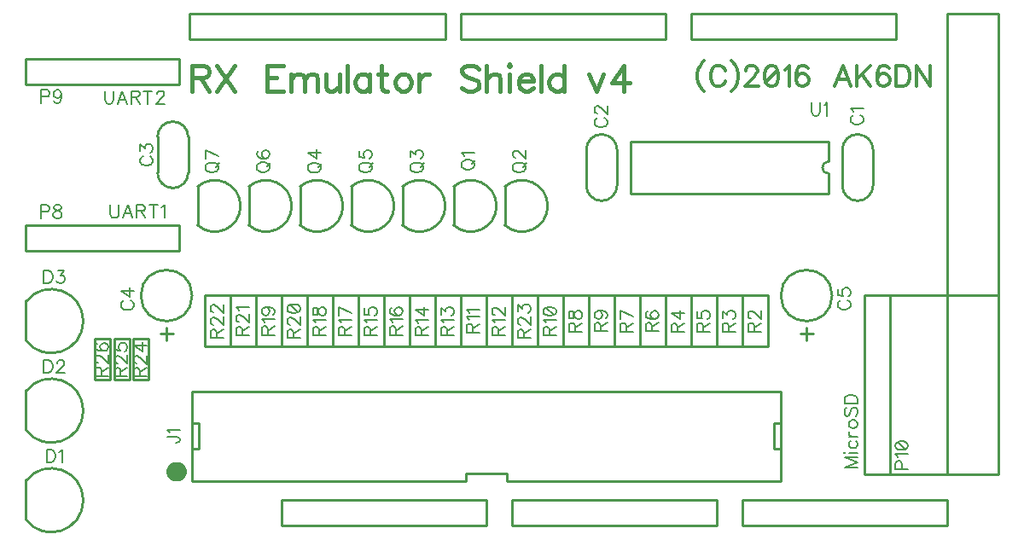
<source format=gto>
G04 DipTrace 2.4.0.2*
%INTopSilk.gbr*%
%MOIN*%
%ADD10C,0.01*%
%ADD15O,0.08X0.075*%
%ADD65C,0.0077*%
%ADD66C,0.0124*%
%ADD67C,0.0154*%
%FSLAX44Y44*%
G04*
G70*
G90*
G75*
G01*
%LNTopSilk*%
%LPD*%
X37537Y17738D2*
D10*
Y19136D1*
X36337Y17738D2*
Y19136D1*
X37537D2*
G03X36337Y19136I-600J1D01*
G01*
Y17738D2*
G03X37537Y17738I600J-1D01*
G01*
X27537D2*
Y19136D1*
X26337Y17738D2*
Y19136D1*
X27537D2*
G03X26337Y19136I-600J1D01*
G01*
Y17738D2*
G03X27537Y17738I600J-1D01*
G01*
X10787Y18238D2*
Y19636D1*
X9587Y18238D2*
Y19636D1*
X10787D2*
G03X9587Y19636I-600J1D01*
G01*
Y18238D2*
G03X10787Y18238I600J-1D01*
G01*
X9937Y11687D2*
Y12187D1*
X10187Y11937D2*
X9687D1*
X8937Y13437D2*
G02X8937Y13437I1000J0D01*
G01*
X34937Y11687D2*
Y12187D1*
X35187Y11937D2*
X34687D1*
X33937Y13437D2*
G02X33937Y13437I1000J0D01*
G01*
X4437Y4688D2*
Y6186D1*
X4439Y4685D2*
G03X4439Y6189I998J752D01*
G01*
X4437Y8188D2*
Y9686D1*
X4439Y8185D2*
G03X4439Y9689I998J752D01*
G01*
X4437Y11688D2*
Y13186D1*
X4439Y11685D2*
G03X4439Y13189I998J752D01*
G01*
X10937Y9687D2*
Y6187D1*
X33937Y9687D2*
X10937D1*
X33937D2*
Y6187D1*
Y8438D2*
X33684D1*
Y7437D1*
X11190Y8438D2*
Y7437D1*
Y8438D2*
X10937D1*
X33937Y6187D2*
X23242D1*
X21632D2*
X10937D1*
X21632Y6488D2*
Y6187D1*
X23242Y6488D2*
X21632D1*
X23242D2*
Y6187D1*
X33937Y7437D2*
X33684D1*
X11190D2*
X10937D1*
X23437Y5437D2*
X31437D1*
X23437Y4437D2*
Y5437D1*
Y4437D2*
X31437D1*
Y5437D1*
X14437D2*
X22437D1*
X14437Y4437D2*
Y5437D1*
Y4437D2*
X22437D1*
Y5437D1*
X29437Y23437D2*
X21437D1*
X29437Y24437D2*
Y23437D1*
Y24437D2*
X21437D1*
Y23437D1*
X20837D2*
Y24437D1*
X10837Y23437D2*
X20837D1*
X10837D2*
Y24437D1*
X11587D1*
X20837D1*
X32437Y5437D2*
X40437D1*
X32437Y4437D2*
Y5437D1*
Y4437D2*
X40437D1*
Y5437D1*
X38437Y23437D2*
X30437D1*
X38437Y24437D2*
Y23437D1*
Y24437D2*
X30437D1*
Y23437D1*
X40437Y6437D2*
X42437D1*
X40437Y24437D2*
X42437D1*
Y6437D1*
X40437Y24437D2*
Y6437D1*
X4437Y15187D2*
X10437D1*
X4437Y16187D2*
X10437D1*
X4437Y15187D2*
Y16187D1*
X10437Y15187D2*
Y16187D1*
X4437Y21687D2*
X10437D1*
X4437Y22687D2*
X10437D1*
X4437Y21687D2*
Y22687D1*
X10437Y21687D2*
Y22687D1*
X38187Y13437D2*
X37187D1*
X38187Y6437D2*
Y13437D1*
Y6437D2*
X37187D1*
Y13437D1*
X21156Y16181D2*
G03X21156Y17693I666J756D01*
G01*
Y16181D1*
X23156D2*
G03X23156Y17693I666J756D01*
G01*
Y16181D1*
X19156D2*
G03X19156Y17693I666J756D01*
G01*
Y16181D1*
X15156D2*
G03X15156Y17693I666J756D01*
G01*
Y16181D1*
X17156D2*
G03X17156Y17693I666J756D01*
G01*
Y16181D1*
X13156D2*
G03X13156Y17693I666J756D01*
G01*
Y16181D1*
X11156D2*
G03X11156Y17693I666J756D01*
G01*
Y16181D1*
X32437Y11439D2*
Y13435D1*
X33437D2*
X32437D1*
X33437Y11439D2*
Y13435D1*
Y11439D2*
X32437D1*
X31437D2*
Y13435D1*
X32437D2*
X31437D1*
X32437Y11439D2*
Y13435D1*
Y11439D2*
X31437D1*
X29437D2*
Y13435D1*
X30437D2*
X29437D1*
X30437Y11439D2*
Y13435D1*
Y11439D2*
X29437D1*
X30437D2*
Y13435D1*
X31437D2*
X30437D1*
X31437Y11439D2*
Y13435D1*
Y11439D2*
X30437D1*
X28437D2*
Y13435D1*
X29437D2*
X28437D1*
X29437Y11439D2*
Y13435D1*
Y11439D2*
X28437D1*
X27437D2*
Y13435D1*
X28437D2*
X27437D1*
X28437Y11439D2*
Y13435D1*
Y11439D2*
X27437D1*
X25437D2*
Y13435D1*
X26437D2*
X25437D1*
X26437Y11439D2*
Y13435D1*
Y11439D2*
X25437D1*
X26437D2*
Y13435D1*
X27437D2*
X26437D1*
X27437Y11439D2*
Y13435D1*
Y11439D2*
X26437D1*
X24437D2*
Y13435D1*
X25437D2*
X24437D1*
X25437Y11439D2*
Y13435D1*
Y11439D2*
X24437D1*
X21437D2*
Y13435D1*
X22437D2*
X21437D1*
X22437Y11439D2*
Y13435D1*
Y11439D2*
X21437D1*
X22437D2*
Y13435D1*
X23437D2*
X22437D1*
X23437Y11439D2*
Y13435D1*
Y11439D2*
X22437D1*
X20437D2*
Y13435D1*
X21437D2*
X20437D1*
X21437Y11439D2*
Y13435D1*
Y11439D2*
X20437D1*
X19437D2*
Y13435D1*
X20437D2*
X19437D1*
X20437Y11439D2*
Y13435D1*
Y11439D2*
X19437D1*
X17437D2*
Y13435D1*
X18437D2*
X17437D1*
X18437Y11439D2*
Y13435D1*
Y11439D2*
X17437D1*
X18437D2*
Y13435D1*
X19437D2*
X18437D1*
X19437Y11439D2*
Y13435D1*
Y11439D2*
X18437D1*
X16437D2*
Y13435D1*
X17437D2*
X16437D1*
X17437Y11439D2*
Y13435D1*
Y11439D2*
X16437D1*
X15437D2*
Y13435D1*
X16437D2*
X15437D1*
X16437Y11439D2*
Y13435D1*
Y11439D2*
X15437D1*
X13437D2*
Y13435D1*
X14437D2*
X13437D1*
X14437Y11439D2*
Y13435D1*
Y11439D2*
X13437D1*
X14437D2*
Y13435D1*
X15437D2*
X14437D1*
X15437Y11439D2*
Y13435D1*
Y11439D2*
X14437D1*
X12437D2*
Y13435D1*
X13437D2*
X12437D1*
X13437Y11439D2*
Y13435D1*
Y11439D2*
X12437D1*
X11437D2*
Y13435D1*
X12437D2*
X11437D1*
X12437Y11439D2*
Y13435D1*
Y11439D2*
X11437D1*
X23437D2*
Y13435D1*
X24437D2*
X23437D1*
X24437Y11439D2*
Y13435D1*
Y11439D2*
X23437D1*
X9237Y11739D2*
X8637D1*
X9237Y10136D2*
Y11739D1*
Y10136D2*
X8637D1*
Y11739D1*
X8487D2*
X7887D1*
X8487Y10136D2*
Y11739D1*
Y10136D2*
X7887D1*
Y11739D1*
X7737D2*
X7137D1*
X7737Y10136D2*
Y11739D1*
Y10136D2*
X7137D1*
Y11739D1*
X35795Y17413D2*
X28079D1*
Y19461D2*
Y17413D1*
X35795Y19461D2*
X28079D1*
X35795D2*
Y18673D1*
Y17413D2*
Y18201D1*
Y18673D2*
G03X35795Y18201I0J-236D01*
G01*
X38187Y13437D2*
X42437D1*
Y6437D2*
X37937D1*
D15*
X10337Y6562D3*
X36775Y20479D2*
D65*
X36728Y20455D1*
X36679Y20407D1*
X36656Y20360D1*
Y20264D1*
X36679Y20216D1*
X36728Y20169D1*
X36775Y20144D1*
X36847Y20120D1*
X36967D1*
X37038Y20144D1*
X37086Y20169D1*
X37134Y20216D1*
X37158Y20264D1*
Y20360D1*
X37134Y20407D1*
X37086Y20455D1*
X37038Y20479D1*
X36752Y20634D2*
X36728Y20682D1*
X36656Y20754D1*
X37158D1*
X26775Y20372D2*
X26728Y20348D1*
X26679Y20300D1*
X26656Y20252D1*
Y20157D1*
X26679Y20109D1*
X26728Y20061D1*
X26775Y20037D1*
X26847Y20013D1*
X26967D1*
X27038Y20037D1*
X27086Y20061D1*
X27134Y20109D1*
X27158Y20157D1*
Y20252D1*
X27134Y20300D1*
X27086Y20348D1*
X27038Y20372D1*
X26776Y20550D2*
X26752D1*
X26704Y20574D1*
X26680Y20598D1*
X26656Y20646D1*
Y20742D1*
X26680Y20789D1*
X26704Y20813D1*
X26752Y20837D1*
X26799D1*
X26847Y20813D1*
X26919Y20765D1*
X27158Y20526D1*
Y20861D1*
X9025Y18872D2*
X8978Y18848D1*
X8929Y18800D1*
X8906Y18752D1*
Y18657D1*
X8929Y18609D1*
X8978Y18561D1*
X9025Y18537D1*
X9097Y18513D1*
X9217D1*
X9288Y18537D1*
X9336Y18561D1*
X9384Y18609D1*
X9408Y18657D1*
Y18752D1*
X9384Y18800D1*
X9336Y18848D1*
X9288Y18872D1*
X8906Y19074D2*
Y19337D1*
X9097Y19194D1*
Y19265D1*
X9121Y19313D1*
X9145Y19337D1*
X9217Y19361D1*
X9264D1*
X9336Y19337D1*
X9384Y19289D1*
X9408Y19217D1*
Y19145D1*
X9384Y19074D1*
X9360Y19050D1*
X9312Y19026D1*
X8275Y13235D2*
X8228Y13211D1*
X8179Y13163D1*
X8156Y13115D1*
Y13020D1*
X8179Y12972D1*
X8228Y12924D1*
X8275Y12900D1*
X8347Y12876D1*
X8467D1*
X8538Y12900D1*
X8586Y12924D1*
X8634Y12972D1*
X8658Y13020D1*
Y13115D1*
X8634Y13163D1*
X8586Y13211D1*
X8538Y13235D1*
X8658Y13628D2*
X8156D1*
X8491Y13389D1*
Y13748D1*
X36275Y13247D2*
X36228Y13223D1*
X36179Y13175D1*
X36156Y13127D1*
Y13032D1*
X36179Y12984D1*
X36228Y12936D1*
X36275Y12912D1*
X36347Y12888D1*
X36467D1*
X36538Y12912D1*
X36586Y12936D1*
X36634Y12984D1*
X36658Y13032D1*
Y13127D1*
X36634Y13175D1*
X36586Y13223D1*
X36538Y13247D1*
X36156Y13688D2*
Y13449D1*
X36371Y13425D1*
X36347Y13449D1*
X36323Y13521D1*
Y13592D1*
X36347Y13664D1*
X36395Y13712D1*
X36467Y13736D1*
X36514D1*
X36586Y13712D1*
X36634Y13664D1*
X36658Y13592D1*
Y13521D1*
X36634Y13449D1*
X36610Y13425D1*
X36562Y13401D1*
X5257Y7419D2*
Y6917D1*
X5425D1*
X5497Y6941D1*
X5545Y6989D1*
X5569Y7037D1*
X5592Y7108D1*
Y7228D1*
X5569Y7300D1*
X5545Y7347D1*
X5497Y7395D1*
X5425Y7419D1*
X5257D1*
X5747Y7323D2*
X5795Y7347D1*
X5867Y7419D1*
Y6917D1*
X5150Y10919D2*
Y10417D1*
X5317D1*
X5389Y10441D1*
X5437Y10489D1*
X5461Y10537D1*
X5485Y10608D1*
Y10728D1*
X5461Y10800D1*
X5437Y10847D1*
X5389Y10895D1*
X5317Y10919D1*
X5150D1*
X5664Y10799D2*
Y10823D1*
X5687Y10871D1*
X5711Y10895D1*
X5759Y10919D1*
X5855D1*
X5902Y10895D1*
X5926Y10871D1*
X5950Y10823D1*
Y10776D1*
X5926Y10727D1*
X5879Y10656D1*
X5639Y10417D1*
X5974D1*
X5150Y14419D2*
Y13917D1*
X5317D1*
X5389Y13941D1*
X5437Y13989D1*
X5461Y14037D1*
X5485Y14108D1*
Y14228D1*
X5461Y14300D1*
X5437Y14347D1*
X5389Y14395D1*
X5317Y14419D1*
X5150D1*
X5687D2*
X5950D1*
X5807Y14227D1*
X5879D1*
X5926Y14204D1*
X5950Y14180D1*
X5974Y14108D1*
Y14061D1*
X5950Y13989D1*
X5902Y13941D1*
X5831Y13917D1*
X5759D1*
X5687Y13941D1*
X5664Y13965D1*
X5639Y14012D1*
X9955Y7920D2*
X10337D1*
X10409Y7896D1*
X10433Y7871D1*
X10457Y7824D1*
Y7776D1*
X10433Y7728D1*
X10409Y7705D1*
X10337Y7680D1*
X10290D1*
X10051Y8074D2*
X10027Y8122D1*
X9955Y8194D1*
X10457D1*
X5025Y16705D2*
X5241D1*
X5312Y16729D1*
X5336Y16753D1*
X5360Y16801D1*
Y16873D1*
X5336Y16920D1*
X5312Y16945D1*
X5241Y16968D1*
X5025D1*
Y16466D1*
X5634Y16968D2*
X5563Y16944D1*
X5538Y16896D1*
Y16848D1*
X5563Y16801D1*
X5610Y16777D1*
X5706Y16753D1*
X5778Y16729D1*
X5825Y16681D1*
X5849Y16633D1*
Y16562D1*
X5825Y16514D1*
X5801Y16490D1*
X5729Y16466D1*
X5634D1*
X5563Y16490D1*
X5538Y16514D1*
X5514Y16562D1*
Y16633D1*
X5538Y16681D1*
X5586Y16729D1*
X5658Y16753D1*
X5753Y16777D1*
X5801Y16801D1*
X5825Y16848D1*
Y16896D1*
X5801Y16944D1*
X5729Y16968D1*
X5634D1*
X5037Y21205D2*
X5252D1*
X5324Y21229D1*
X5348Y21253D1*
X5372Y21301D1*
Y21373D1*
X5348Y21420D1*
X5324Y21445D1*
X5252Y21468D1*
X5037D1*
Y20966D1*
X5837Y21301D2*
X5813Y21229D1*
X5765Y21181D1*
X5694Y21157D1*
X5670D1*
X5598Y21181D1*
X5550Y21229D1*
X5526Y21301D1*
Y21325D1*
X5550Y21396D1*
X5598Y21444D1*
X5670Y21468D1*
X5694D1*
X5765Y21444D1*
X5813Y21396D1*
X5837Y21301D1*
Y21181D1*
X5813Y21062D1*
X5765Y20990D1*
X5694Y20966D1*
X5646D1*
X5574Y20990D1*
X5550Y21038D1*
X38669Y6638D2*
Y6853D1*
X38645Y6925D1*
X38621Y6949D1*
X38573Y6973D1*
X38501D1*
X38454Y6949D1*
X38429Y6925D1*
X38406Y6853D1*
Y6638D1*
X38908D1*
X38502Y7127D2*
X38478Y7175D1*
X38406Y7247D1*
X38908D1*
X38406Y7545D2*
X38430Y7473D1*
X38502Y7425D1*
X38621Y7401D1*
X38693D1*
X38812Y7425D1*
X38884Y7473D1*
X38908Y7545D1*
Y7593D1*
X38884Y7664D1*
X38812Y7712D1*
X38693Y7736D1*
X38621D1*
X38502Y7712D1*
X38430Y7664D1*
X38406Y7593D1*
Y7545D1*
X38502Y7712D2*
X38812Y7425D1*
X21461Y18502D2*
X21484Y18455D1*
X21532Y18406D1*
X21580Y18383D1*
X21652Y18358D1*
X21771D1*
X21843Y18383D1*
X21891Y18406D1*
X21939Y18455D1*
X21963Y18502D1*
Y18598D1*
X21939Y18646D1*
X21891Y18693D1*
X21843Y18717D1*
X21771Y18741D1*
X21652D1*
X21580Y18717D1*
X21532Y18693D1*
X21484Y18646D1*
X21461Y18598D1*
Y18502D1*
X21867Y18574D2*
X22011Y18717D1*
X21557Y18896D2*
X21533Y18944D1*
X21461Y19016D1*
X21963D1*
X23461Y18395D2*
X23484Y18347D1*
X23532Y18299D1*
X23580Y18275D1*
X23652Y18251D1*
X23771D1*
X23843Y18275D1*
X23891Y18299D1*
X23939Y18347D1*
X23963Y18395D1*
Y18490D1*
X23939Y18538D1*
X23891Y18586D1*
X23843Y18610D1*
X23771Y18634D1*
X23652D1*
X23580Y18610D1*
X23532Y18586D1*
X23484Y18538D1*
X23461Y18490D1*
Y18395D1*
X23867Y18466D2*
X24011Y18610D1*
X23581Y18813D2*
X23557D1*
X23509Y18836D1*
X23485Y18860D1*
X23461Y18908D1*
Y19004D1*
X23485Y19051D1*
X23509Y19075D1*
X23557Y19099D1*
X23605D1*
X23653Y19075D1*
X23724Y19028D1*
X23963Y18788D1*
Y19123D1*
X19461Y18395D2*
X19484Y18347D1*
X19532Y18299D1*
X19580Y18275D1*
X19652Y18251D1*
X19771D1*
X19843Y18275D1*
X19891Y18299D1*
X19939Y18347D1*
X19963Y18395D1*
Y18490D1*
X19939Y18538D1*
X19891Y18586D1*
X19843Y18610D1*
X19771Y18634D1*
X19652D1*
X19580Y18610D1*
X19532Y18586D1*
X19484Y18538D1*
X19461Y18490D1*
Y18395D1*
X19867Y18466D2*
X20011Y18610D1*
X19461Y18836D2*
Y19099D1*
X19653Y18956D1*
Y19028D1*
X19676Y19075D1*
X19700Y19099D1*
X19772Y19123D1*
X19820D1*
X19891Y19099D1*
X19939Y19051D1*
X19963Y18979D1*
Y18908D1*
X19939Y18836D1*
X19915Y18813D1*
X19868Y18788D1*
X15461Y18383D2*
X15484Y18335D1*
X15532Y18287D1*
X15580Y18263D1*
X15652Y18239D1*
X15771D1*
X15843Y18263D1*
X15891Y18287D1*
X15939Y18335D1*
X15963Y18383D1*
Y18478D1*
X15939Y18526D1*
X15891Y18574D1*
X15843Y18598D1*
X15771Y18622D1*
X15652D1*
X15580Y18598D1*
X15532Y18574D1*
X15484Y18526D1*
X15461Y18478D1*
Y18383D1*
X15867Y18455D2*
X16011Y18598D1*
X15963Y19016D2*
X15461D1*
X15796Y18776D1*
Y19135D1*
X17461Y18395D2*
X17484Y18347D1*
X17532Y18299D1*
X17580Y18275D1*
X17652Y18251D1*
X17771D1*
X17843Y18275D1*
X17891Y18299D1*
X17939Y18347D1*
X17963Y18395D1*
Y18490D1*
X17939Y18538D1*
X17891Y18586D1*
X17843Y18610D1*
X17771Y18634D1*
X17652D1*
X17580Y18610D1*
X17532Y18586D1*
X17484Y18538D1*
X17461Y18490D1*
Y18395D1*
X17867Y18466D2*
X18011Y18610D1*
X17461Y19075D2*
Y18836D1*
X17676Y18813D1*
X17653Y18836D1*
X17628Y18908D1*
Y18979D1*
X17653Y19051D1*
X17700Y19099D1*
X17772Y19123D1*
X17820D1*
X17891Y19099D1*
X17939Y19051D1*
X17963Y18979D1*
Y18908D1*
X17939Y18836D1*
X17915Y18813D1*
X17868Y18788D1*
X13461Y18407D2*
X13484Y18359D1*
X13532Y18311D1*
X13580Y18287D1*
X13652Y18263D1*
X13771D1*
X13843Y18287D1*
X13891Y18311D1*
X13939Y18359D1*
X13963Y18407D1*
Y18502D1*
X13939Y18550D1*
X13891Y18598D1*
X13843Y18622D1*
X13771Y18646D1*
X13652D1*
X13580Y18622D1*
X13532Y18598D1*
X13484Y18550D1*
X13461Y18502D1*
Y18407D1*
X13867Y18479D2*
X14011Y18622D1*
X13533Y19087D2*
X13485Y19063D1*
X13461Y18992D1*
Y18944D1*
X13485Y18872D1*
X13557Y18824D1*
X13676Y18800D1*
X13796D1*
X13891Y18824D1*
X13939Y18872D1*
X13963Y18944D1*
Y18968D1*
X13939Y19039D1*
X13891Y19087D1*
X13820Y19111D1*
X13796D1*
X13724Y19087D1*
X13676Y19039D1*
X13653Y18968D1*
Y18944D1*
X13676Y18872D1*
X13724Y18824D1*
X13796Y18800D1*
X11461Y18395D2*
X11484Y18347D1*
X11532Y18299D1*
X11580Y18275D1*
X11652Y18251D1*
X11771D1*
X11843Y18275D1*
X11891Y18299D1*
X11939Y18347D1*
X11963Y18395D1*
Y18490D1*
X11939Y18538D1*
X11891Y18586D1*
X11843Y18610D1*
X11771Y18634D1*
X11652D1*
X11580Y18610D1*
X11532Y18586D1*
X11484Y18538D1*
X11461Y18490D1*
Y18395D1*
X11867Y18466D2*
X12011Y18610D1*
X11963Y18884D2*
X11461Y19123D1*
Y18788D1*
X32895Y12025D2*
Y12240D1*
X32871Y12312D1*
X32847Y12336D1*
X32799Y12360D1*
X32751D1*
X32704Y12336D1*
X32679Y12312D1*
X32656Y12240D1*
Y12025D1*
X33158D1*
X32895Y12192D2*
X33158Y12360D1*
X32776Y12539D2*
X32752D1*
X32704Y12562D1*
X32680Y12586D1*
X32656Y12634D1*
Y12730D1*
X32680Y12777D1*
X32704Y12801D1*
X32752Y12825D1*
X32799D1*
X32847Y12801D1*
X32919Y12754D1*
X33158Y12514D1*
Y12849D1*
X31895Y12025D2*
Y12240D1*
X31871Y12312D1*
X31847Y12336D1*
X31799Y12360D1*
X31751D1*
X31704Y12336D1*
X31679Y12312D1*
X31656Y12240D1*
Y12025D1*
X32158D1*
X31895Y12192D2*
X32158Y12360D1*
X31656Y12562D2*
Y12825D1*
X31847Y12682D1*
Y12754D1*
X31871Y12801D1*
X31895Y12825D1*
X31967Y12849D1*
X32014D1*
X32086Y12825D1*
X32134Y12777D1*
X32158Y12705D1*
Y12634D1*
X32134Y12562D1*
X32110Y12539D1*
X32062Y12514D1*
X29895Y12013D2*
Y12228D1*
X29871Y12300D1*
X29847Y12324D1*
X29799Y12348D1*
X29751D1*
X29704Y12324D1*
X29679Y12300D1*
X29656Y12228D1*
Y12013D1*
X30158D1*
X29895Y12180D2*
X30158Y12348D1*
Y12742D2*
X29656D1*
X29991Y12502D1*
Y12861D1*
X30895Y12025D2*
Y12240D1*
X30871Y12312D1*
X30847Y12336D1*
X30799Y12360D1*
X30751D1*
X30704Y12336D1*
X30679Y12312D1*
X30656Y12240D1*
Y12025D1*
X31158D1*
X30895Y12192D2*
X31158Y12360D1*
X30656Y12801D2*
Y12562D1*
X30871Y12539D1*
X30847Y12562D1*
X30823Y12634D1*
Y12705D1*
X30847Y12777D1*
X30895Y12825D1*
X30967Y12849D1*
X31014D1*
X31086Y12825D1*
X31134Y12777D1*
X31158Y12705D1*
Y12634D1*
X31134Y12562D1*
X31110Y12539D1*
X31062Y12514D1*
X28895Y12037D2*
Y12252D1*
X28871Y12324D1*
X28847Y12348D1*
X28799Y12372D1*
X28751D1*
X28704Y12348D1*
X28679Y12324D1*
X28656Y12252D1*
Y12037D1*
X29158D1*
X28895Y12205D2*
X29158Y12372D1*
X28728Y12813D2*
X28680Y12789D1*
X28656Y12718D1*
Y12670D1*
X28680Y12598D1*
X28752Y12550D1*
X28871Y12526D1*
X28991D1*
X29086Y12550D1*
X29134Y12598D1*
X29158Y12670D1*
Y12694D1*
X29134Y12765D1*
X29086Y12813D1*
X29014Y12837D1*
X28991D1*
X28919Y12813D1*
X28871Y12765D1*
X28847Y12694D1*
Y12670D1*
X28871Y12598D1*
X28919Y12550D1*
X28991Y12526D1*
X27895Y12025D2*
Y12240D1*
X27871Y12312D1*
X27847Y12336D1*
X27799Y12360D1*
X27751D1*
X27704Y12336D1*
X27679Y12312D1*
X27656Y12240D1*
Y12025D1*
X28158D1*
X27895Y12192D2*
X28158Y12360D1*
Y12610D2*
X27656Y12849D1*
Y12514D1*
X25895Y12025D2*
Y12240D1*
X25871Y12312D1*
X25847Y12336D1*
X25799Y12360D1*
X25751D1*
X25704Y12336D1*
X25679Y12312D1*
X25656Y12240D1*
Y12025D1*
X26158D1*
X25895Y12193D2*
X26158Y12360D1*
X25656Y12634D2*
X25680Y12563D1*
X25728Y12538D1*
X25776D1*
X25823Y12563D1*
X25847Y12610D1*
X25871Y12706D1*
X25895Y12778D1*
X25943Y12825D1*
X25991Y12849D1*
X26062D1*
X26110Y12825D1*
X26134Y12801D1*
X26158Y12729D1*
Y12634D1*
X26134Y12563D1*
X26110Y12538D1*
X26062Y12514D1*
X25991D1*
X25943Y12538D1*
X25895Y12586D1*
X25871Y12658D1*
X25847Y12753D1*
X25823Y12801D1*
X25776Y12825D1*
X25728D1*
X25680Y12801D1*
X25656Y12729D1*
Y12634D1*
X26895Y12037D2*
Y12252D1*
X26871Y12324D1*
X26847Y12348D1*
X26799Y12372D1*
X26751D1*
X26704Y12348D1*
X26679Y12324D1*
X26656Y12252D1*
Y12037D1*
X27158D1*
X26895Y12204D2*
X27158Y12372D1*
X26823Y12837D2*
X26895Y12813D1*
X26943Y12765D1*
X26967Y12694D1*
Y12670D1*
X26943Y12598D1*
X26895Y12550D1*
X26823Y12526D1*
X26799D1*
X26728Y12550D1*
X26680Y12598D1*
X26656Y12670D1*
Y12694D1*
X26680Y12765D1*
X26728Y12813D1*
X26823Y12837D1*
X26943D1*
X27062Y12813D1*
X27134Y12765D1*
X27158Y12694D1*
Y12646D1*
X27134Y12574D1*
X27086Y12550D1*
X24895Y11888D2*
Y12103D1*
X24871Y12175D1*
X24847Y12199D1*
X24799Y12223D1*
X24751D1*
X24704Y12199D1*
X24679Y12175D1*
X24656Y12103D1*
Y11888D1*
X25158D1*
X24895Y12055D2*
X25158Y12223D1*
X24752Y12377D2*
X24728Y12425D1*
X24656Y12497D1*
X25158D1*
X24656Y12795D2*
X24680Y12723D1*
X24752Y12675D1*
X24871Y12651D1*
X24943D1*
X25062Y12675D1*
X25134Y12723D1*
X25158Y12795D1*
Y12843D1*
X25134Y12914D1*
X25062Y12962D1*
X24943Y12986D1*
X24871D1*
X24752Y12962D1*
X24680Y12914D1*
X24656Y12843D1*
Y12795D1*
X24752Y12962D2*
X25062Y12675D1*
X21895Y11995D2*
Y12210D1*
X21871Y12282D1*
X21847Y12306D1*
X21799Y12330D1*
X21751D1*
X21704Y12306D1*
X21679Y12282D1*
X21656Y12210D1*
Y11995D1*
X22158D1*
X21895Y12163D2*
X22158Y12330D1*
X21752Y12485D2*
X21728Y12533D1*
X21656Y12604D1*
X22158D1*
X21752Y12759D2*
X21728Y12807D1*
X21656Y12879D1*
X22158D1*
X22895Y11888D2*
Y12103D1*
X22871Y12175D1*
X22847Y12199D1*
X22799Y12223D1*
X22751D1*
X22704Y12199D1*
X22679Y12175D1*
X22656Y12103D1*
Y11888D1*
X23158D1*
X22895Y12055D2*
X23158Y12223D1*
X22752Y12377D2*
X22728Y12425D1*
X22656Y12497D1*
X23158D1*
X22776Y12676D2*
X22752D1*
X22704Y12699D1*
X22680Y12723D1*
X22656Y12771D1*
Y12867D1*
X22680Y12914D1*
X22704Y12938D1*
X22752Y12963D1*
X22799D1*
X22847Y12938D1*
X22919Y12891D1*
X23158Y12651D1*
Y12986D1*
X20895Y11888D2*
Y12103D1*
X20871Y12175D1*
X20847Y12199D1*
X20799Y12223D1*
X20751D1*
X20704Y12199D1*
X20679Y12175D1*
X20656Y12103D1*
Y11888D1*
X21158D1*
X20895Y12055D2*
X21158Y12223D1*
X20752Y12377D2*
X20728Y12425D1*
X20656Y12497D1*
X21158D1*
X20656Y12699D2*
Y12962D1*
X20847Y12819D1*
Y12891D1*
X20871Y12938D1*
X20895Y12962D1*
X20967Y12986D1*
X21014D1*
X21086Y12962D1*
X21134Y12914D1*
X21158Y12843D1*
Y12771D1*
X21134Y12699D1*
X21110Y12676D1*
X21062Y12651D1*
X19895Y11876D2*
Y12091D1*
X19871Y12163D1*
X19847Y12187D1*
X19799Y12211D1*
X19751D1*
X19704Y12187D1*
X19679Y12163D1*
X19656Y12091D1*
Y11876D1*
X20158D1*
X19895Y12043D2*
X20158Y12211D1*
X19752Y12365D2*
X19728Y12413D1*
X19656Y12485D1*
X20158D1*
Y12879D2*
X19656D1*
X19991Y12639D1*
Y12998D1*
X17895Y11888D2*
Y12103D1*
X17871Y12175D1*
X17847Y12199D1*
X17799Y12223D1*
X17751D1*
X17704Y12199D1*
X17679Y12175D1*
X17656Y12103D1*
Y11888D1*
X18158D1*
X17895Y12055D2*
X18158Y12223D1*
X17752Y12377D2*
X17728Y12425D1*
X17656Y12497D1*
X18158D1*
X17656Y12938D2*
Y12699D1*
X17871Y12676D1*
X17847Y12699D1*
X17823Y12771D1*
Y12843D1*
X17847Y12914D1*
X17895Y12963D1*
X17967Y12986D1*
X18014D1*
X18086Y12963D1*
X18134Y12914D1*
X18158Y12843D1*
Y12771D1*
X18134Y12699D1*
X18110Y12676D1*
X18062Y12651D1*
X18895Y11900D2*
Y12115D1*
X18871Y12187D1*
X18847Y12211D1*
X18799Y12235D1*
X18751D1*
X18704Y12211D1*
X18679Y12187D1*
X18656Y12115D1*
Y11900D1*
X19158D1*
X18895Y12067D2*
X19158Y12235D1*
X18752Y12389D2*
X18728Y12437D1*
X18656Y12509D1*
X19158D1*
X18728Y12950D2*
X18680Y12927D1*
X18656Y12855D1*
Y12807D1*
X18680Y12735D1*
X18752Y12687D1*
X18871Y12664D1*
X18991D1*
X19086Y12687D1*
X19134Y12735D1*
X19158Y12807D1*
Y12831D1*
X19134Y12902D1*
X19086Y12950D1*
X19014Y12974D1*
X18991D1*
X18919Y12950D1*
X18871Y12902D1*
X18847Y12831D1*
Y12807D1*
X18871Y12735D1*
X18919Y12687D1*
X18991Y12664D1*
X16895Y11888D2*
Y12103D1*
X16871Y12175D1*
X16847Y12199D1*
X16799Y12223D1*
X16751D1*
X16704Y12199D1*
X16679Y12175D1*
X16656Y12103D1*
Y11888D1*
X17158D1*
X16895Y12055D2*
X17158Y12223D1*
X16752Y12377D2*
X16728Y12425D1*
X16656Y12497D1*
X17158D1*
Y12747D2*
X16656Y12986D1*
Y12651D1*
X15895Y11888D2*
Y12103D1*
X15871Y12175D1*
X15847Y12199D1*
X15799Y12223D1*
X15751D1*
X15704Y12199D1*
X15679Y12175D1*
X15656Y12103D1*
Y11888D1*
X16158D1*
X15895Y12055D2*
X16158Y12223D1*
X15752Y12377D2*
X15728Y12425D1*
X15656Y12497D1*
X16158D1*
X15656Y12771D2*
X15680Y12700D1*
X15728Y12675D1*
X15776D1*
X15823Y12700D1*
X15847Y12747D1*
X15871Y12843D1*
X15895Y12915D1*
X15943Y12962D1*
X15991Y12986D1*
X16062D1*
X16110Y12962D1*
X16134Y12938D1*
X16158Y12867D1*
Y12771D1*
X16134Y12700D1*
X16110Y12675D1*
X16062Y12652D1*
X15991D1*
X15943Y12675D1*
X15895Y12723D1*
X15871Y12795D1*
X15847Y12890D1*
X15823Y12938D1*
X15776Y12962D1*
X15728D1*
X15680Y12938D1*
X15656Y12867D1*
Y12771D1*
X13895Y11900D2*
Y12115D1*
X13871Y12186D1*
X13847Y12211D1*
X13799Y12235D1*
X13751D1*
X13704Y12211D1*
X13679Y12186D1*
X13656Y12115D1*
Y11900D1*
X14158D1*
X13895Y12067D2*
X14158Y12235D1*
X13752Y12389D2*
X13728Y12437D1*
X13656Y12509D1*
X14158D1*
X13823Y12974D2*
X13895Y12950D1*
X13943Y12903D1*
X13967Y12831D1*
Y12807D1*
X13943Y12735D1*
X13895Y12688D1*
X13823Y12663D1*
X13799D1*
X13728Y12688D1*
X13680Y12735D1*
X13656Y12807D1*
Y12831D1*
X13680Y12903D1*
X13728Y12950D1*
X13823Y12974D1*
X13943D1*
X14062Y12950D1*
X14134Y12903D1*
X14158Y12831D1*
Y12783D1*
X14134Y12711D1*
X14086Y12688D1*
X14895Y11780D2*
Y11995D1*
X14871Y12067D1*
X14847Y12091D1*
X14799Y12115D1*
X14751D1*
X14704Y12091D1*
X14679Y12067D1*
X14656Y11995D1*
Y11780D1*
X15158D1*
X14895Y11948D2*
X15158Y12115D1*
X14776Y12294D2*
X14752D1*
X14704Y12318D1*
X14680Y12341D1*
X14656Y12389D1*
Y12485D1*
X14680Y12533D1*
X14704Y12556D1*
X14752Y12581D1*
X14799D1*
X14847Y12556D1*
X14919Y12509D1*
X15158Y12270D1*
Y12604D1*
X14656Y12903D2*
X14680Y12831D1*
X14752Y12783D1*
X14871Y12759D1*
X14943D1*
X15062Y12783D1*
X15134Y12831D1*
X15158Y12903D1*
Y12950D1*
X15134Y13022D1*
X15062Y13069D1*
X14943Y13094D1*
X14871D1*
X14752Y13069D1*
X14680Y13022D1*
X14656Y12950D1*
Y12903D1*
X14752Y13069D2*
X15062Y12783D1*
X12895Y11888D2*
Y12103D1*
X12871Y12175D1*
X12847Y12199D1*
X12799Y12223D1*
X12751D1*
X12704Y12199D1*
X12679Y12175D1*
X12656Y12103D1*
Y11888D1*
X13158D1*
X12895Y12055D2*
X13158Y12223D1*
X12776Y12401D2*
X12752D1*
X12704Y12425D1*
X12680Y12449D1*
X12656Y12497D1*
Y12593D1*
X12680Y12640D1*
X12704Y12664D1*
X12752Y12688D1*
X12799D1*
X12847Y12664D1*
X12919Y12616D1*
X13158Y12377D1*
Y12712D1*
X12752Y12866D2*
X12728Y12914D1*
X12656Y12986D1*
X13158D1*
X11895Y11780D2*
Y11995D1*
X11871Y12067D1*
X11847Y12091D1*
X11799Y12115D1*
X11751D1*
X11704Y12091D1*
X11679Y12067D1*
X11656Y11995D1*
Y11780D1*
X12158D1*
X11895Y11948D2*
X12158Y12115D1*
X11776Y12294D2*
X11752D1*
X11704Y12318D1*
X11680Y12341D1*
X11656Y12389D1*
Y12485D1*
X11680Y12533D1*
X11704Y12556D1*
X11752Y12581D1*
X11799D1*
X11847Y12556D1*
X11919Y12509D1*
X12158Y12270D1*
Y12604D1*
X11776Y12783D2*
X11752D1*
X11704Y12807D1*
X11680Y12831D1*
X11656Y12879D1*
Y12974D1*
X11680Y13022D1*
X11704Y13046D1*
X11752Y13070D1*
X11799D1*
X11847Y13046D1*
X11919Y12998D1*
X12158Y12759D1*
Y13094D1*
X23895Y11780D2*
Y11995D1*
X23871Y12067D1*
X23847Y12091D1*
X23799Y12115D1*
X23751D1*
X23704Y12091D1*
X23679Y12067D1*
X23656Y11995D1*
Y11780D1*
X24158D1*
X23895Y11948D2*
X24158Y12115D1*
X23776Y12294D2*
X23752D1*
X23704Y12318D1*
X23680Y12341D1*
X23656Y12389D1*
Y12485D1*
X23680Y12533D1*
X23704Y12556D1*
X23752Y12581D1*
X23799D1*
X23847Y12556D1*
X23919Y12509D1*
X24158Y12270D1*
Y12604D1*
X23656Y12807D2*
Y13069D1*
X23847Y12926D1*
Y12998D1*
X23871Y13046D1*
X23895Y13069D1*
X23967Y13094D1*
X24014D1*
X24086Y13069D1*
X24134Y13022D1*
X24158Y12950D1*
Y12878D1*
X24134Y12807D1*
X24110Y12783D1*
X24062Y12759D1*
X8895Y10268D2*
Y10483D1*
X8871Y10555D1*
X8847Y10580D1*
X8799Y10603D1*
X8751D1*
X8704Y10580D1*
X8679Y10555D1*
X8656Y10483D1*
Y10268D1*
X9158D1*
X8895Y10436D2*
X9158Y10603D1*
X8776Y10782D2*
X8752D1*
X8704Y10806D1*
X8680Y10830D1*
X8656Y10878D1*
Y10973D1*
X8680Y11021D1*
X8704Y11045D1*
X8752Y11069D1*
X8799D1*
X8847Y11045D1*
X8919Y10997D1*
X9158Y10758D1*
Y11093D1*
Y11486D2*
X8656D1*
X8991Y11247D1*
Y11606D1*
X8145Y10280D2*
Y10495D1*
X8121Y10567D1*
X8097Y10591D1*
X8049Y10615D1*
X8001D1*
X7954Y10591D1*
X7929Y10567D1*
X7906Y10495D1*
Y10280D1*
X8408D1*
X8145Y10448D2*
X8408Y10615D1*
X8026Y10794D2*
X8002D1*
X7954Y10818D1*
X7930Y10841D1*
X7906Y10889D1*
Y10985D1*
X7930Y11033D1*
X7954Y11056D1*
X8002Y11081D1*
X8049D1*
X8097Y11056D1*
X8169Y11009D1*
X8408Y10770D1*
Y11104D1*
X7906Y11546D2*
Y11307D1*
X8121Y11283D1*
X8097Y11307D1*
X8073Y11379D1*
Y11450D1*
X8097Y11522D1*
X8145Y11570D1*
X8217Y11594D1*
X8264D1*
X8336Y11570D1*
X8384Y11522D1*
X8408Y11450D1*
Y11379D1*
X8384Y11307D1*
X8360Y11283D1*
X8312Y11259D1*
X7395Y10292D2*
Y10507D1*
X7371Y10579D1*
X7347Y10604D1*
X7299Y10627D1*
X7251D1*
X7204Y10604D1*
X7179Y10579D1*
X7156Y10507D1*
Y10292D1*
X7658D1*
X7395Y10460D2*
X7658Y10627D1*
X7276Y10806D2*
X7252D1*
X7204Y10830D1*
X7180Y10854D1*
X7156Y10902D1*
Y10997D1*
X7180Y11045D1*
X7204Y11069D1*
X7252Y11093D1*
X7299D1*
X7347Y11069D1*
X7419Y11021D1*
X7658Y10782D1*
Y11117D1*
X7228Y11558D2*
X7180Y11534D1*
X7156Y11462D1*
Y11415D1*
X7180Y11343D1*
X7252Y11295D1*
X7371Y11271D1*
X7491D1*
X7586Y11295D1*
X7634Y11343D1*
X7658Y11415D1*
Y11438D1*
X7634Y11510D1*
X7586Y11558D1*
X7514Y11582D1*
X7491D1*
X7419Y11558D1*
X7371Y11510D1*
X7347Y11438D1*
Y11415D1*
X7371Y11343D1*
X7419Y11295D1*
X7491Y11271D1*
X35132Y20968D2*
Y20610D1*
X35156Y20538D1*
X35204Y20490D1*
X35276Y20466D1*
X35324D1*
X35395Y20490D1*
X35444Y20538D1*
X35467Y20610D1*
Y20968D1*
X35622Y20872D2*
X35670Y20896D1*
X35742Y20968D1*
Y20466D1*
X7739Y16977D2*
Y16618D1*
X7763Y16546D1*
X7811Y16499D1*
X7883Y16474D1*
X7931D1*
X8002Y16499D1*
X8051Y16546D1*
X8074Y16618D1*
Y16977D1*
X8612Y16474D2*
X8420Y16977D1*
X8229Y16474D1*
X8301Y16642D2*
X8540D1*
X8766Y16738D2*
X8981D1*
X9053Y16762D1*
X9077Y16786D1*
X9101Y16833D1*
Y16881D1*
X9077Y16929D1*
X9053Y16953D1*
X8981Y16977D1*
X8766D1*
Y16474D1*
X8934Y16738D2*
X9101Y16474D1*
X9423Y16977D2*
Y16474D1*
X9255Y16977D2*
X9590D1*
X9745Y16881D2*
X9793Y16905D1*
X9865Y16976D1*
Y16474D1*
X7532Y21434D2*
Y21076D1*
X7556Y21004D1*
X7604Y20956D1*
X7676Y20932D1*
X7723D1*
X7795Y20956D1*
X7843Y21004D1*
X7867Y21076D1*
Y21434D1*
X8404Y20932D2*
X8212Y21434D1*
X8021Y20932D1*
X8093Y21099D2*
X8332D1*
X8559Y21195D2*
X8774D1*
X8845Y21219D1*
X8870Y21243D1*
X8893Y21291D1*
Y21339D1*
X8870Y21386D1*
X8845Y21411D1*
X8774Y21434D1*
X8559D1*
Y20932D1*
X8726Y21195D2*
X8893Y20932D1*
X9215Y21434D2*
Y20932D1*
X9048Y21434D2*
X9383D1*
X9562Y21314D2*
Y21338D1*
X9585Y21386D1*
X9609Y21410D1*
X9657Y21434D1*
X9753D1*
X9800Y21410D1*
X9824Y21386D1*
X9848Y21338D1*
Y21291D1*
X9824Y21243D1*
X9777Y21171D1*
X9537Y20932D1*
X9872D1*
X36923Y7115D2*
X36421D1*
X36923Y6924D1*
X36421Y6733D1*
X36923D1*
X36421Y7270D2*
X36444Y7294D1*
X36421Y7318D1*
X36396Y7294D1*
X36421Y7270D1*
X36588Y7294D2*
X36923D1*
X36660Y7760D2*
X36612Y7712D1*
X36588Y7663D1*
Y7592D1*
X36612Y7544D1*
X36660Y7497D1*
X36732Y7472D1*
X36779D1*
X36851Y7497D1*
X36899Y7544D1*
X36923Y7592D1*
Y7663D1*
X36899Y7712D1*
X36851Y7760D1*
X36588Y7914D2*
X36923D1*
X36732D2*
X36660Y7938D1*
X36612Y7986D1*
X36588Y8034D1*
Y8106D1*
Y8380D2*
X36612Y8332D1*
X36660Y8284D1*
X36732Y8260D1*
X36779D1*
X36851Y8284D1*
X36899Y8332D1*
X36923Y8380D1*
Y8451D1*
X36899Y8500D1*
X36851Y8547D1*
X36779Y8571D1*
X36732D1*
X36660Y8547D1*
X36612Y8500D1*
X36588Y8451D1*
Y8380D1*
X36493Y9061D2*
X36444Y9013D1*
X36421Y8941D1*
Y8846D1*
X36444Y8774D1*
X36493Y8726D1*
X36540D1*
X36588Y8750D1*
X36612Y8774D1*
X36636Y8821D1*
X36684Y8965D1*
X36708Y9013D1*
X36732Y9037D1*
X36779Y9061D1*
X36851D1*
X36899Y9013D1*
X36923Y8941D1*
Y8846D1*
X36899Y8774D1*
X36851Y8726D1*
X36421Y9215D2*
X36923D1*
Y9383D1*
X36899Y9454D1*
X36851Y9502D1*
X36803Y9526D1*
X36732Y9550D1*
X36612D1*
X36540Y9526D1*
X36493Y9502D1*
X36444Y9454D1*
X36421Y9383D1*
Y9215D1*
X30940Y22625D2*
D66*
X30863Y22549D1*
X30787Y22434D1*
X30710Y22281D1*
X30672Y22089D1*
Y21936D1*
X30710Y21745D1*
X30787Y21592D1*
X30863Y21477D1*
X30940Y21401D1*
X31760Y22225D2*
X31722Y22301D1*
X31646Y22378D1*
X31569Y22416D1*
X31416D1*
X31340Y22378D1*
X31263Y22301D1*
X31225Y22225D1*
X31187Y22110D1*
Y21918D1*
X31225Y21804D1*
X31263Y21727D1*
X31340Y21651D1*
X31416Y21612D1*
X31569D1*
X31646Y21651D1*
X31722Y21727D1*
X31760Y21804D1*
X32007Y22625D2*
X32084Y22549D1*
X32160Y22434D1*
X32237Y22281D1*
X32275Y22089D1*
Y21936D1*
X32237Y21745D1*
X32160Y21592D1*
X32084Y21477D1*
X32007Y21401D1*
X32561Y22224D2*
Y22262D1*
X32599Y22339D1*
X32637Y22377D1*
X32714Y22415D1*
X32867D1*
X32943Y22377D1*
X32981Y22339D1*
X33020Y22262D1*
Y22186D1*
X32981Y22109D1*
X32905Y21995D1*
X32522Y21612D1*
X33058D1*
X33535Y22415D2*
X33420Y22377D1*
X33343Y22262D1*
X33305Y22071D1*
Y21956D1*
X33343Y21765D1*
X33420Y21650D1*
X33535Y21612D1*
X33611D1*
X33726Y21650D1*
X33802Y21765D1*
X33841Y21956D1*
Y22071D1*
X33802Y22262D1*
X33726Y22377D1*
X33611Y22415D1*
X33535D1*
X33802Y22262D2*
X33343Y21765D1*
X34088Y22262D2*
X34165Y22301D1*
X34280Y22415D1*
Y21612D1*
X34986Y22301D2*
X34948Y22377D1*
X34833Y22415D1*
X34757D1*
X34642Y22377D1*
X34565Y22262D1*
X34527Y22071D1*
Y21880D1*
X34565Y21727D1*
X34642Y21650D1*
X34757Y21612D1*
X34795D1*
X34909Y21650D1*
X34986Y21727D1*
X35024Y21842D1*
Y21880D1*
X34986Y21995D1*
X34909Y22071D1*
X34795Y22109D1*
X34757D1*
X34642Y22071D1*
X34565Y21995D1*
X34527Y21880D1*
X36662Y21612D2*
X36355Y22416D1*
X36049Y21612D1*
X36164Y21880D2*
X36547D1*
X36909Y22416D2*
Y21612D1*
X37445Y22416D2*
X36909Y21880D1*
X37100Y22072D2*
X37445Y21612D1*
X38151Y22301D2*
X38113Y22377D1*
X37998Y22415D1*
X37922D1*
X37807Y22377D1*
X37730Y22262D1*
X37692Y22071D1*
Y21880D1*
X37730Y21727D1*
X37807Y21650D1*
X37922Y21612D1*
X37960D1*
X38074Y21650D1*
X38151Y21727D1*
X38189Y21842D1*
Y21880D1*
X38151Y21995D1*
X38074Y22071D1*
X37960Y22109D1*
X37922D1*
X37807Y22071D1*
X37730Y21995D1*
X37692Y21880D1*
X38436Y22416D2*
Y21612D1*
X38704D1*
X38819Y21651D1*
X38895Y21727D1*
X38934Y21804D1*
X38972Y21918D1*
Y22110D1*
X38934Y22225D1*
X38895Y22301D1*
X38819Y22378D1*
X38704Y22416D1*
X38436D1*
X39754D2*
Y21612D1*
X39219Y22416D1*
Y21612D1*
X10937Y21946D2*
D67*
X11367D1*
X11511Y21995D1*
X11559Y22043D1*
X11607Y22138D1*
Y22234D1*
X11559Y22329D1*
X11511Y22377D1*
X11367Y22425D1*
X10937D1*
Y21420D1*
X11272Y21946D2*
X11607Y21420D1*
X11916Y22425D2*
X12586Y21420D1*
Y22425D2*
X11916Y21420D1*
X14488Y22425D2*
X13866D1*
Y21420D1*
X14488D1*
X13866Y21946D2*
X14249D1*
X14796Y22090D2*
Y21420D1*
Y21899D2*
X14940Y22043D1*
X15036Y22090D1*
X15179D1*
X15275Y22043D1*
X15323Y21899D1*
Y21420D1*
Y21899D2*
X15466Y22043D1*
X15562Y22090D1*
X15705D1*
X15801Y22043D1*
X15850Y21899D1*
Y21420D1*
X16159Y22090D2*
Y21611D1*
X16206Y21469D1*
X16302Y21420D1*
X16446D1*
X16541Y21469D1*
X16685Y21611D1*
Y22090D2*
Y21420D1*
X16994Y22425D2*
Y21420D1*
X17876Y22090D2*
Y21420D1*
Y21946D2*
X17781Y22043D1*
X17685Y22090D1*
X17542D1*
X17446Y22043D1*
X17351Y21946D1*
X17302Y21803D1*
Y21708D1*
X17351Y21564D1*
X17446Y21469D1*
X17542Y21420D1*
X17685D1*
X17781Y21469D1*
X17876Y21564D1*
X18328Y22425D2*
Y21611D1*
X18376Y21469D1*
X18472Y21420D1*
X18567D1*
X18185Y22090D2*
X18520D1*
X19115D2*
X19020Y22043D1*
X18924Y21946D1*
X18876Y21803D1*
Y21708D1*
X18924Y21564D1*
X19020Y21469D1*
X19115Y21420D1*
X19259D1*
X19355Y21469D1*
X19450Y21564D1*
X19498Y21708D1*
Y21803D1*
X19450Y21946D1*
X19355Y22043D1*
X19259Y22090D1*
X19115D1*
X19807D2*
Y21420D1*
Y21803D2*
X19856Y21946D1*
X19951Y22043D1*
X20047Y22090D1*
X20191D1*
X22141Y22281D2*
X22046Y22377D1*
X21903Y22425D1*
X21711D1*
X21568Y22377D1*
X21472Y22281D1*
Y22186D1*
X21520Y22090D1*
X21568Y22043D1*
X21663Y21995D1*
X21950Y21899D1*
X22046Y21851D1*
X22094Y21803D1*
X22141Y21708D1*
Y21564D1*
X22046Y21469D1*
X21903Y21420D1*
X21711D1*
X21568Y21469D1*
X21472Y21564D1*
X22450Y22425D2*
Y21420D1*
Y21899D2*
X22594Y22043D1*
X22690Y22090D1*
X22834D1*
X22929Y22043D1*
X22976Y21899D1*
Y21420D1*
X23285Y22425D2*
X23333Y22377D1*
X23381Y22425D1*
X23333Y22474D1*
X23285Y22425D1*
X23333Y22090D2*
Y21420D1*
X23690Y21803D2*
X24264D1*
Y21899D1*
X24216Y21995D1*
X24169Y22043D1*
X24073Y22090D1*
X23929D1*
X23834Y22043D1*
X23738Y21946D1*
X23690Y21803D1*
Y21708D1*
X23738Y21564D1*
X23834Y21469D1*
X23929Y21420D1*
X24073D1*
X24169Y21469D1*
X24264Y21564D1*
X24573Y22425D2*
Y21420D1*
X25455Y22425D2*
Y21420D1*
Y21946D2*
X25360Y22043D1*
X25264Y22090D1*
X25120D1*
X25025Y22043D1*
X24929Y21946D1*
X24881Y21803D1*
Y21708D1*
X24929Y21564D1*
X25025Y21469D1*
X25120Y21420D1*
X25264D1*
X25360Y21469D1*
X25455Y21564D1*
X26437Y22090D2*
X26724Y21420D1*
X27011Y22090D1*
X27798Y21420D2*
Y22424D1*
X27319Y21755D1*
X28037D1*
M02*

</source>
